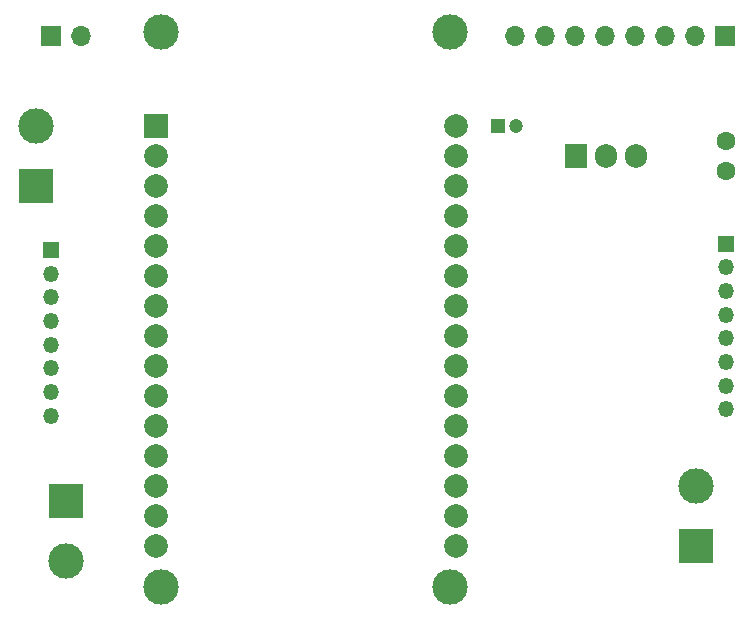
<source format=gbs>
%TF.GenerationSoftware,KiCad,Pcbnew,7.0.5*%
%TF.CreationDate,2023-06-02T21:27:16+04:00*%
%TF.ProjectId,Line Follower PID,4c696e65-2046-46f6-9c6c-6f7765722050,rev?*%
%TF.SameCoordinates,Original*%
%TF.FileFunction,Soldermask,Bot*%
%TF.FilePolarity,Negative*%
%FSLAX46Y46*%
G04 Gerber Fmt 4.6, Leading zero omitted, Abs format (unit mm)*
G04 Created by KiCad (PCBNEW 7.0.5) date 2023-06-02 21:27:16*
%MOMM*%
%LPD*%
G01*
G04 APERTURE LIST*
%ADD10C,3.000000*%
%ADD11R,2.000000X2.000000*%
%ADD12C,2.000000*%
%ADD13R,1.700000X1.700000*%
%ADD14O,1.700000X1.700000*%
%ADD15C,1.600000*%
%ADD16R,1.350000X1.350000*%
%ADD17O,1.350000X1.350000*%
%ADD18R,1.200000X1.200000*%
%ADD19C,1.200000*%
%ADD20R,3.000000X3.000000*%
%ADD21R,1.905000X2.000000*%
%ADD22O,1.905000X2.000000*%
G04 APERTURE END LIST*
D10*
%TO.C,U1*%
X114720000Y-75860000D03*
X114720000Y-122810000D03*
X139230000Y-75860000D03*
X139230000Y-122810000D03*
D11*
X114300000Y-83820000D03*
D12*
X114300000Y-86360000D03*
X114300000Y-88900000D03*
X114300000Y-91440000D03*
X114300000Y-93980000D03*
X114300000Y-96520000D03*
X114300000Y-99060000D03*
X114300000Y-101600000D03*
X114300000Y-104140000D03*
X114300000Y-106680000D03*
X114300000Y-109220000D03*
X114300000Y-111760000D03*
X114300000Y-114300000D03*
X114300000Y-116840000D03*
X114300000Y-119380000D03*
X139700000Y-119380000D03*
X139700000Y-116840000D03*
X139700000Y-114300000D03*
X139700000Y-111760000D03*
X139700000Y-109220000D03*
X139700000Y-106680000D03*
X139700000Y-104140000D03*
X139700000Y-101600000D03*
X139700000Y-99060000D03*
X139700000Y-96520000D03*
X139700000Y-93980000D03*
X139700000Y-91440000D03*
X139700000Y-88900000D03*
X139700000Y-86360000D03*
X139700000Y-83820000D03*
%TD*%
D13*
%TO.C,J1*%
X105410000Y-76200000D03*
D14*
X107950000Y-76200000D03*
%TD*%
D15*
%TO.C,C4*%
X162560000Y-87590000D03*
X162560000Y-85090000D03*
%TD*%
D16*
%TO.C,J6*%
X105410000Y-94330000D03*
D17*
X105410000Y-96330000D03*
X105410000Y-98330000D03*
X105410000Y-100330000D03*
X105410000Y-102330000D03*
X105410000Y-104330000D03*
X105410000Y-106330000D03*
X105410000Y-108330000D03*
%TD*%
D18*
%TO.C,C5*%
X143280000Y-83820000D03*
D19*
X144780000Y-83820000D03*
%TD*%
D20*
%TO.C,J3*%
X104140000Y-88900000D03*
D10*
X104140000Y-83820000D03*
%TD*%
D21*
%TO.C,U3*%
X149860000Y-86360000D03*
D22*
X152400000Y-86360000D03*
X154940000Y-86360000D03*
%TD*%
D20*
%TO.C,J5*%
X160020000Y-119380000D03*
D10*
X160020000Y-114300000D03*
%TD*%
D20*
%TO.C,J4*%
X106680000Y-115570000D03*
D10*
X106680000Y-120650000D03*
%TD*%
D13*
%TO.C,J7*%
X162545000Y-76200000D03*
D14*
X160005000Y-76200000D03*
X157465000Y-76200000D03*
X154925000Y-76200000D03*
X152385000Y-76200000D03*
X149845000Y-76200000D03*
X147305000Y-76200000D03*
X144765000Y-76200000D03*
%TD*%
D16*
%TO.C,J2*%
X162560000Y-93790000D03*
D17*
X162560000Y-95790000D03*
X162560000Y-97790000D03*
X162560000Y-99790000D03*
X162560000Y-101790000D03*
X162560000Y-103790000D03*
X162560000Y-105790000D03*
X162560000Y-107790000D03*
%TD*%
M02*

</source>
